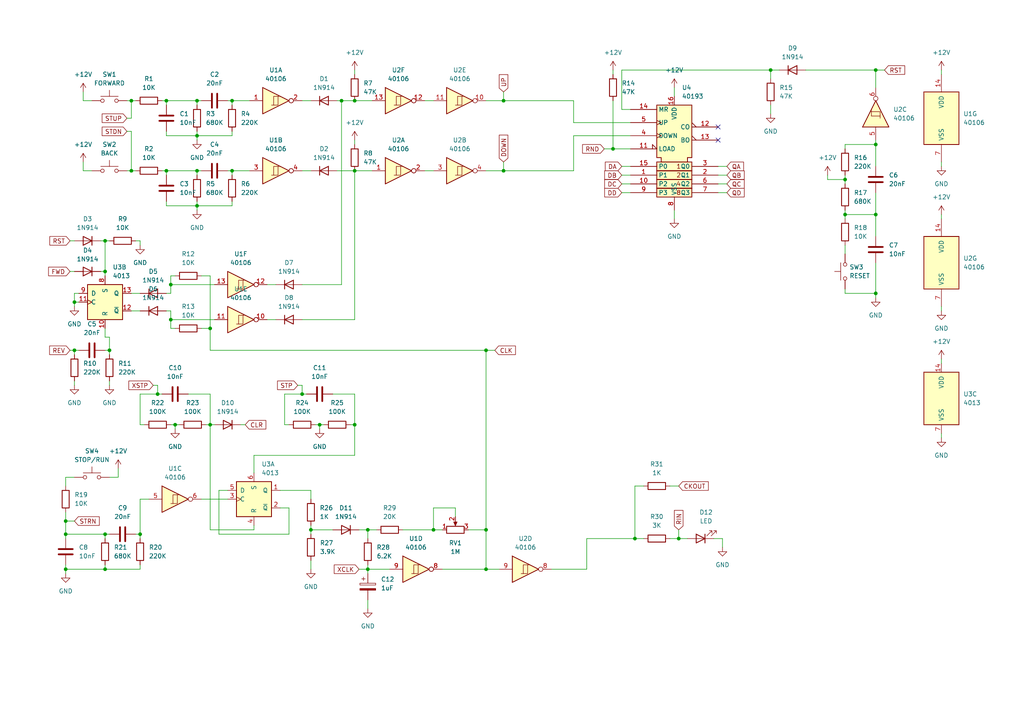
<source format=kicad_sch>
(kicad_sch (version 20230121) (generator eeschema)
  (paper "A4")
  (junction (at 92.71 123.19))
  (junction (at 57.15 39.37))
  (junction (at 90.17 153.67))
  (junction (at 45.72 114.3))
  (junction (at 49.53 82.55))
  (junction (at 49.53 92.71))
  (junction (at 177.8 43.18))
  (junction (at 184.15 156.21))
  (junction (at 125.73 153.67))
  (junction (at 57.15 49.53))
  (junction (at 57.15 59.69))
  (junction (at 146.05 29.21))
  (junction (at 30.48 154.94))
  (junction (at 106.68 153.67))
  (junction (at 140.97 101.6))
  (junction (at 245.11 52.07))
  (junction (at 21.59 101.6))
  (junction (at 102.87 123.19))
  (junction (at 146.05 49.53))
  (junction (at 223.52 20.32))
  (junction (at 57.15 29.21))
  (junction (at 99.06 29.21))
  (junction (at 140.97 165.1))
  (junction (at 254 41.91))
  (junction (at 48.26 49.53))
  (junction (at 196.85 156.21))
  (junction (at 40.64 154.94))
  (junction (at 30.48 69.85))
  (junction (at 87.63 114.3))
  (junction (at 102.87 49.53))
  (junction (at 19.05 165.1))
  (junction (at 254 20.32))
  (junction (at 254 62.23))
  (junction (at 254 85.09))
  (junction (at 38.1 29.21))
  (junction (at 21.59 87.63))
  (junction (at 60.96 123.19))
  (junction (at 140.97 153.67))
  (junction (at 48.26 29.21))
  (junction (at 67.31 49.53))
  (junction (at 102.87 29.21))
  (junction (at 30.48 165.1))
  (junction (at 19.05 154.94))
  (junction (at 50.8 123.19))
  (junction (at 30.48 78.74))
  (junction (at 31.75 101.6))
  (junction (at 106.68 165.1))
  (junction (at 60.96 95.25))
  (junction (at 19.05 151.13))
  (junction (at 38.1 49.53))
  (junction (at 245.11 62.23))
  (junction (at 67.31 29.21))
  (no_connect (at 208.28 36.83))
  (no_connect (at 208.28 40.64))
  (wire (pts (xy 49.53 82.55) (xy 62.23 82.55)))
  (wire (pts (xy 90.17 152.4) (xy 90.17 153.67)))
  (wire (pts (xy 88.9 114.3) (xy 87.63 114.3)))
  (wire (pts (xy 30.48 97.79) (xy 31.75 97.79)))
  (wire (pts (xy 57.15 49.53) (xy 57.15 50.8)))
  (wire (pts (xy 48.26 38.1) (xy 48.26 39.37)))
  (wire (pts (xy 166.37 49.53) (xy 166.37 39.37)))
  (wire (pts (xy 160.02 165.1) (xy 170.18 165.1)))
  (wire (pts (xy 57.15 49.53) (xy 58.42 49.53)))
  (wire (pts (xy 106.68 153.67) (xy 104.14 153.67)))
  (wire (pts (xy 22.86 85.09) (xy 21.59 85.09)))
  (wire (pts (xy 226.06 20.32) (xy 223.52 20.32)))
  (wire (pts (xy 63.5 154.94) (xy 83.82 154.94)))
  (wire (pts (xy 223.52 30.48) (xy 223.52 33.02)))
  (wire (pts (xy 140.97 49.53) (xy 146.05 49.53)))
  (wire (pts (xy 273.05 104.14) (xy 273.05 105.41)))
  (wire (pts (xy 40.64 114.3) (xy 40.64 123.19)))
  (wire (pts (xy 102.87 49.53) (xy 107.95 49.53)))
  (wire (pts (xy 40.64 123.19) (xy 41.91 123.19)))
  (wire (pts (xy 24.13 29.21) (xy 24.13 26.67)))
  (wire (pts (xy 186.69 140.97) (xy 184.15 140.97)))
  (wire (pts (xy 170.18 165.1) (xy 170.18 156.21)))
  (wire (pts (xy 209.55 156.21) (xy 209.55 158.75)))
  (wire (pts (xy 49.53 95.25) (xy 50.8 95.25)))
  (wire (pts (xy 66.04 142.24) (xy 63.5 142.24)))
  (wire (pts (xy 67.31 49.53) (xy 72.39 49.53)))
  (wire (pts (xy 60.96 123.19) (xy 62.23 123.19)))
  (wire (pts (xy 90.17 153.67) (xy 90.17 154.94)))
  (wire (pts (xy 77.47 82.55) (xy 80.01 82.55)))
  (wire (pts (xy 82.55 123.19) (xy 83.82 123.19)))
  (wire (pts (xy 273.05 20.32) (xy 273.05 21.59)))
  (wire (pts (xy 90.17 162.56) (xy 90.17 165.1)))
  (wire (pts (xy 208.28 50.8) (xy 210.82 50.8)))
  (wire (pts (xy 177.8 20.32) (xy 177.8 21.59)))
  (wire (pts (xy 90.17 142.24) (xy 90.17 144.78)))
  (wire (pts (xy 73.66 152.4) (xy 73.66 153.67)))
  (wire (pts (xy 30.48 165.1) (xy 40.64 165.1)))
  (wire (pts (xy 90.17 153.67) (xy 96.52 153.67)))
  (wire (pts (xy 177.8 43.18) (xy 182.88 43.18)))
  (wire (pts (xy 49.53 85.09) (xy 49.53 82.55)))
  (wire (pts (xy 46.99 29.21) (xy 48.26 29.21)))
  (wire (pts (xy 146.05 29.21) (xy 166.37 29.21)))
  (wire (pts (xy 49.53 92.71) (xy 49.53 95.25)))
  (wire (pts (xy 245.11 52.07) (xy 245.11 53.34)))
  (wire (pts (xy 194.31 156.21) (xy 196.85 156.21)))
  (wire (pts (xy 48.26 29.21) (xy 57.15 29.21)))
  (wire (pts (xy 102.87 92.71) (xy 102.87 49.53)))
  (wire (pts (xy 30.48 78.74) (xy 30.48 80.01)))
  (wire (pts (xy 146.05 49.53) (xy 166.37 49.53)))
  (wire (pts (xy 101.6 123.19) (xy 102.87 123.19)))
  (wire (pts (xy 58.42 80.01) (xy 60.96 80.01)))
  (wire (pts (xy 102.87 114.3) (xy 96.52 114.3)))
  (wire (pts (xy 45.72 111.76) (xy 45.72 114.3)))
  (wire (pts (xy 30.48 154.94) (xy 19.05 154.94)))
  (wire (pts (xy 66.04 49.53) (xy 67.31 49.53)))
  (wire (pts (xy 254 25.4) (xy 254 20.32)))
  (wire (pts (xy 92.71 123.19) (xy 92.71 124.46)))
  (wire (pts (xy 180.34 55.88) (xy 182.88 55.88)))
  (wire (pts (xy 50.8 123.19) (xy 52.07 123.19)))
  (wire (pts (xy 106.68 156.21) (xy 106.68 153.67)))
  (wire (pts (xy 196.85 153.67) (xy 196.85 156.21)))
  (wire (pts (xy 57.15 29.21) (xy 57.15 30.48)))
  (wire (pts (xy 102.87 40.64) (xy 102.87 41.91)))
  (wire (pts (xy 166.37 29.21) (xy 166.37 35.56)))
  (wire (pts (xy 36.83 38.1) (xy 38.1 38.1)))
  (wire (pts (xy 19.05 163.83) (xy 19.05 165.1)))
  (wire (pts (xy 99.06 29.21) (xy 102.87 29.21)))
  (wire (pts (xy 30.48 156.21) (xy 30.48 154.94)))
  (wire (pts (xy 21.59 87.63) (xy 21.59 88.9)))
  (wire (pts (xy 208.28 55.88) (xy 210.82 55.88)))
  (wire (pts (xy 254 76.2) (xy 254 85.09)))
  (wire (pts (xy 60.96 123.19) (xy 60.96 153.67)))
  (wire (pts (xy 45.72 114.3) (xy 40.64 114.3)))
  (wire (pts (xy 21.59 101.6) (xy 21.59 102.87)))
  (wire (pts (xy 140.97 165.1) (xy 140.97 153.67)))
  (wire (pts (xy 240.03 52.07) (xy 245.11 52.07)))
  (wire (pts (xy 57.15 59.69) (xy 57.15 60.96)))
  (wire (pts (xy 48.26 85.09) (xy 49.53 85.09)))
  (wire (pts (xy 166.37 39.37) (xy 182.88 39.37)))
  (wire (pts (xy 245.11 71.12) (xy 245.11 73.66)))
  (wire (pts (xy 245.11 50.8) (xy 245.11 52.07)))
  (wire (pts (xy 195.58 60.96) (xy 195.58 63.5)))
  (wire (pts (xy 87.63 92.71) (xy 102.87 92.71)))
  (wire (pts (xy 60.96 114.3) (xy 54.61 114.3)))
  (wire (pts (xy 102.87 132.08) (xy 102.87 123.19)))
  (wire (pts (xy 22.86 87.63) (xy 21.59 87.63)))
  (wire (pts (xy 19.05 151.13) (xy 19.05 154.94)))
  (wire (pts (xy 30.48 95.25) (xy 30.48 97.79)))
  (wire (pts (xy 146.05 26.67) (xy 146.05 29.21)))
  (wire (pts (xy 40.64 156.21) (xy 40.64 154.94)))
  (wire (pts (xy 57.15 38.1) (xy 57.15 39.37)))
  (wire (pts (xy 58.42 144.78) (xy 66.04 144.78)))
  (wire (pts (xy 49.53 123.19) (xy 50.8 123.19)))
  (wire (pts (xy 254 68.58) (xy 254 62.23)))
  (wire (pts (xy 34.29 135.89) (xy 34.29 138.43)))
  (wire (pts (xy 240.03 52.07) (xy 240.03 50.8)))
  (wire (pts (xy 60.96 80.01) (xy 60.96 95.25)))
  (wire (pts (xy 30.48 69.85) (xy 31.75 69.85)))
  (wire (pts (xy 30.48 163.83) (xy 30.48 165.1)))
  (wire (pts (xy 24.13 46.99) (xy 24.13 49.53)))
  (wire (pts (xy 180.34 20.32) (xy 180.34 31.75)))
  (wire (pts (xy 39.37 69.85) (xy 40.64 69.85)))
  (wire (pts (xy 87.63 111.76) (xy 87.63 114.3)))
  (wire (pts (xy 254 20.32) (xy 256.54 20.32)))
  (wire (pts (xy 29.21 78.74) (xy 30.48 78.74)))
  (wire (pts (xy 166.37 35.56) (xy 182.88 35.56)))
  (wire (pts (xy 144.78 165.1) (xy 140.97 165.1)))
  (wire (pts (xy 49.53 82.55) (xy 49.53 80.01)))
  (wire (pts (xy 135.89 153.67) (xy 140.97 153.67)))
  (wire (pts (xy 86.36 111.76) (xy 87.63 111.76)))
  (wire (pts (xy 34.29 138.43) (xy 31.75 138.43)))
  (wire (pts (xy 106.68 173.99) (xy 106.68 176.53)))
  (wire (pts (xy 36.83 29.21) (xy 38.1 29.21)))
  (wire (pts (xy 67.31 59.69) (xy 67.31 58.42)))
  (wire (pts (xy 20.32 69.85) (xy 21.59 69.85)))
  (wire (pts (xy 87.63 29.21) (xy 90.17 29.21)))
  (wire (pts (xy 106.68 165.1) (xy 106.68 166.37)))
  (wire (pts (xy 254 55.88) (xy 254 62.23)))
  (wire (pts (xy 132.08 149.86) (xy 132.08 147.32)))
  (wire (pts (xy 59.69 123.19) (xy 60.96 123.19)))
  (wire (pts (xy 38.1 29.21) (xy 39.37 29.21)))
  (wire (pts (xy 57.15 29.21) (xy 58.42 29.21)))
  (wire (pts (xy 99.06 82.55) (xy 99.06 29.21)))
  (wire (pts (xy 254 62.23) (xy 245.11 62.23)))
  (wire (pts (xy 48.26 90.17) (xy 49.53 90.17)))
  (wire (pts (xy 67.31 29.21) (xy 67.31 30.48)))
  (wire (pts (xy 207.01 156.21) (xy 209.55 156.21)))
  (wire (pts (xy 87.63 82.55) (xy 99.06 82.55)))
  (wire (pts (xy 31.75 101.6) (xy 31.75 102.87)))
  (wire (pts (xy 21.59 138.43) (xy 19.05 138.43)))
  (wire (pts (xy 125.73 153.67) (xy 128.27 153.67)))
  (wire (pts (xy 48.26 49.53) (xy 57.15 49.53)))
  (wire (pts (xy 77.47 92.71) (xy 80.01 92.71)))
  (wire (pts (xy 38.1 85.09) (xy 40.64 85.09)))
  (wire (pts (xy 57.15 58.42) (xy 57.15 59.69)))
  (wire (pts (xy 57.15 39.37) (xy 67.31 39.37)))
  (wire (pts (xy 26.67 29.21) (xy 24.13 29.21)))
  (wire (pts (xy 273.05 125.73) (xy 273.05 127)))
  (wire (pts (xy 21.59 85.09) (xy 21.59 87.63)))
  (wire (pts (xy 245.11 41.91) (xy 245.11 43.18)))
  (wire (pts (xy 38.1 90.17) (xy 40.64 90.17)))
  (wire (pts (xy 36.83 34.29) (xy 38.1 34.29)))
  (wire (pts (xy 245.11 60.96) (xy 245.11 62.23)))
  (wire (pts (xy 128.27 165.1) (xy 140.97 165.1)))
  (wire (pts (xy 82.55 114.3) (xy 82.55 123.19)))
  (wire (pts (xy 31.75 97.79) (xy 31.75 101.6)))
  (wire (pts (xy 38.1 49.53) (xy 39.37 49.53)))
  (wire (pts (xy 104.14 165.1) (xy 106.68 165.1)))
  (wire (pts (xy 20.32 78.74) (xy 21.59 78.74)))
  (wire (pts (xy 208.28 48.26) (xy 210.82 48.26)))
  (wire (pts (xy 67.31 49.53) (xy 67.31 50.8)))
  (wire (pts (xy 177.8 29.21) (xy 177.8 43.18)))
  (wire (pts (xy 254 41.91) (xy 254 48.26)))
  (wire (pts (xy 254 85.09) (xy 254 86.36)))
  (wire (pts (xy 106.68 165.1) (xy 113.03 165.1)))
  (wire (pts (xy 175.26 43.18) (xy 177.8 43.18)))
  (wire (pts (xy 180.34 50.8) (xy 182.88 50.8)))
  (wire (pts (xy 48.26 59.69) (xy 57.15 59.69)))
  (wire (pts (xy 170.18 156.21) (xy 184.15 156.21)))
  (wire (pts (xy 73.66 137.16) (xy 73.66 132.08)))
  (wire (pts (xy 123.19 29.21) (xy 125.73 29.21)))
  (wire (pts (xy 66.04 29.21) (xy 67.31 29.21)))
  (wire (pts (xy 180.34 31.75) (xy 182.88 31.75)))
  (wire (pts (xy 46.99 49.53) (xy 48.26 49.53)))
  (wire (pts (xy 223.52 20.32) (xy 223.52 22.86)))
  (wire (pts (xy 48.26 39.37) (xy 57.15 39.37)))
  (wire (pts (xy 102.87 20.32) (xy 102.87 21.59)))
  (wire (pts (xy 273.05 46.99) (xy 273.05 48.26)))
  (wire (pts (xy 83.82 147.32) (xy 81.28 147.32)))
  (wire (pts (xy 60.96 95.25) (xy 60.96 101.6)))
  (wire (pts (xy 116.84 153.67) (xy 125.73 153.67)))
  (wire (pts (xy 40.64 163.83) (xy 40.64 165.1)))
  (wire (pts (xy 19.05 166.37) (xy 19.05 165.1)))
  (wire (pts (xy 123.19 49.53) (xy 125.73 49.53)))
  (wire (pts (xy 21.59 101.6) (xy 22.86 101.6)))
  (wire (pts (xy 48.26 58.42) (xy 48.26 59.69)))
  (wire (pts (xy 184.15 140.97) (xy 184.15 156.21)))
  (wire (pts (xy 24.13 49.53) (xy 26.67 49.53)))
  (wire (pts (xy 31.75 110.49) (xy 31.75 111.76)))
  (wire (pts (xy 30.48 154.94) (xy 31.75 154.94)))
  (wire (pts (xy 50.8 123.19) (xy 50.8 124.46)))
  (wire (pts (xy 40.64 69.85) (xy 40.64 71.12)))
  (wire (pts (xy 44.45 111.76) (xy 45.72 111.76)))
  (wire (pts (xy 245.11 85.09) (xy 254 85.09)))
  (wire (pts (xy 245.11 62.23) (xy 245.11 63.5)))
  (wire (pts (xy 140.97 101.6) (xy 60.96 101.6)))
  (wire (pts (xy 102.87 29.21) (xy 107.95 29.21)))
  (wire (pts (xy 196.85 156.21) (xy 199.39 156.21)))
  (wire (pts (xy 254 40.64) (xy 254 41.91)))
  (wire (pts (xy 194.31 140.97) (xy 196.85 140.97)))
  (wire (pts (xy 40.64 144.78) (xy 40.64 154.94)))
  (wire (pts (xy 223.52 20.32) (xy 180.34 20.32)))
  (wire (pts (xy 48.26 29.21) (xy 48.26 30.48)))
  (wire (pts (xy 91.44 123.19) (xy 92.71 123.19)))
  (wire (pts (xy 273.05 88.9) (xy 273.05 90.17)))
  (wire (pts (xy 19.05 138.43) (xy 19.05 140.97)))
  (wire (pts (xy 36.83 49.53) (xy 38.1 49.53)))
  (wire (pts (xy 19.05 151.13) (xy 21.59 151.13)))
  (wire (pts (xy 69.85 123.19) (xy 71.12 123.19)))
  (wire (pts (xy 180.34 53.34) (xy 182.88 53.34)))
  (wire (pts (xy 254 20.32) (xy 233.68 20.32)))
  (wire (pts (xy 67.31 39.37) (xy 67.31 38.1)))
  (wire (pts (xy 46.99 114.3) (xy 45.72 114.3)))
  (wire (pts (xy 273.05 62.23) (xy 273.05 63.5)))
  (wire (pts (xy 102.87 123.19) (xy 102.87 114.3)))
  (wire (pts (xy 140.97 101.6) (xy 143.51 101.6)))
  (wire (pts (xy 49.53 90.17) (xy 49.53 92.71)))
  (wire (pts (xy 97.79 49.53) (xy 102.87 49.53)))
  (wire (pts (xy 19.05 154.94) (xy 19.05 156.21)))
  (wire (pts (xy 97.79 29.21) (xy 99.06 29.21)))
  (wire (pts (xy 38.1 38.1) (xy 38.1 49.53)))
  (wire (pts (xy 140.97 153.67) (xy 140.97 101.6)))
  (wire (pts (xy 19.05 165.1) (xy 30.48 165.1)))
  (wire (pts (xy 180.34 48.26) (xy 182.88 48.26)))
  (wire (pts (xy 49.53 92.71) (xy 62.23 92.71)))
  (wire (pts (xy 106.68 153.67) (xy 109.22 153.67)))
  (wire (pts (xy 60.96 95.25) (xy 58.42 95.25)))
  (wire (pts (xy 60.96 123.19) (xy 60.96 114.3)))
  (wire (pts (xy 195.58 25.4) (xy 195.58 27.94)))
  (wire (pts (xy 245.11 83.82) (xy 245.11 85.09)))
  (wire (pts (xy 87.63 49.53) (xy 90.17 49.53)))
  (wire (pts (xy 73.66 132.08) (xy 102.87 132.08)))
  (wire (pts (xy 208.28 53.34) (xy 210.82 53.34)))
  (wire (pts (xy 87.63 114.3) (xy 82.55 114.3)))
  (wire (pts (xy 30.48 101.6) (xy 31.75 101.6)))
  (wire (pts (xy 83.82 154.94) (xy 83.82 147.32)))
  (wire (pts (xy 49.53 80.01) (xy 50.8 80.01)))
  (wire (pts (xy 73.66 153.67) (xy 60.96 153.67)))
  (wire (pts (xy 184.15 156.21) (xy 186.69 156.21)))
  (wire (pts (xy 57.15 59.69) (xy 67.31 59.69)))
  (wire (pts (xy 81.28 142.24) (xy 90.17 142.24)))
  (wire (pts (xy 57.15 39.37) (xy 57.15 40.64)))
  (wire (pts (xy 30.48 69.85) (xy 30.48 78.74)))
  (wire (pts (xy 92.71 123.19) (xy 93.98 123.19)))
  (wire (pts (xy 38.1 34.29) (xy 38.1 29.21)))
  (wire (pts (xy 48.26 49.53) (xy 48.26 50.8)))
  (wire (pts (xy 29.21 69.85) (xy 30.48 69.85)))
  (wire (pts (xy 20.32 101.6) (xy 21.59 101.6)))
  (wire (pts (xy 254 41.91) (xy 245.11 41.91)))
  (wire (pts (xy 106.68 163.83) (xy 106.68 165.1)))
  (wire (pts (xy 67.31 29.21) (xy 72.39 29.21)))
  (wire (pts (xy 63.5 142.24) (xy 63.5 154.94)))
  (wire (pts (xy 132.08 147.32) (xy 125.73 147.32)))
  (wire (pts (xy 125.73 147.32) (xy 125.73 153.67)))
  (wire (pts (xy 19.05 148.59) (xy 19.05 151.13)))
  (wire (pts (xy 43.18 144.78) (xy 40.64 144.78)))
  (wire (pts (xy 140.97 29.21) (xy 146.05 29.21)))
  (wire (pts (xy 21.59 110.49) (xy 21.59 111.76)))
  (wire (pts (xy 146.05 46.99) (xy 146.05 49.53)))
  (wire (pts (xy 40.64 154.94) (xy 39.37 154.94)))
  (global_label "CLK" (shape input) (at 143.51 101.6 0) (property "Intersheetrefs" "${INTERSHEET_REFS}" (effects hide)))
  (global_label "STUP" (shape input) (at 36.83 34.29 180) (property "Intersheetrefs" "${INTERSHEET_REFS}" (effects hide)))
  (global_label "DA" (shape input) (at 180.34 48.26 180) (property "Intersheetrefs" "${INTERSHEET_REFS}" (effects hide)))
  (global_label "DB" (shape input) (at 180.34 50.8 180) (property "Intersheetrefs" "${INTERSHEET_REFS}" (effects hide)))
  (global_label "QB" (shape input) (at 210.82 50.8 0) (property "Intersheetrefs" "${INTERSHEET_REFS}" (effects hide)))
  (global_label "DC" (shape input) (at 180.34 53.34 180) (property "Intersheetrefs" "${INTERSHEET_REFS}" (effects hide)))
  (global_label "QC" (shape input) (at 210.82 53.34 0) (property "Intersheetrefs" "${INTERSHEET_REFS}" (effects hide)))
  (global_label "DOWN" (shape input) (at 146.05 46.99 90) (property "Intersheetrefs" "${INTERSHEET_REFS}" (effects hide)))
  (global_label "STDN" (shape input) (at 36.83 38.1 180) (property "Intersheetrefs" "${INTERSHEET_REFS}" (effects hide)))
  (global_label "RST" (shape input) (at 20.32 69.85 180) (property "Intersheetrefs" "${INTERSHEET_REFS}" (effects hide)))
  (global_label "XCLK" (shape input) (at 104.14 165.1 180) (property "Intersheetrefs" "${INTERSHEET_REFS}" (effects hide)))
  (global_label "FWD" (shape input) (at 20.32 78.74 180) (property "Intersheetrefs" "${INTERSHEET_REFS}" (effects hide)))
  (global_label "QD" (shape input) (at 210.82 55.88 0) (property "Intersheetrefs" "${INTERSHEET_REFS}" (effects hide)))
  (global_label "STP" (shape input) (at 86.36 111.76 180) (property "Intersheetrefs" "${INTERSHEET_REFS}" (effects hide)))
  (global_label "RST" (shape input) (at 256.54 20.32 0) (property "Intersheetrefs" "${INTERSHEET_REFS}" (effects hide)))
  (global_label "RIN" (shape input) (at 196.85 153.67 90) (property "Intersheetrefs" "${INTERSHEET_REFS}" (effects hide)))
  (global_label "UP" (shape input) (at 146.05 26.67 90) (property "Intersheetrefs" "${INTERSHEET_REFS}" (effects hide)))
  (global_label "STRN" (shape input) (at 21.59 151.13 0) (property "Intersheetrefs" "${INTERSHEET_REFS}" (effects hide)))
  (global_label "XSTP" (shape input) (at 44.45 111.76 180) (property "Intersheetrefs" "${INTERSHEET_REFS}" (effects hide)))
  (global_label "CLR" (shape input) (at 71.12 123.19 0) (property "Intersheetrefs" "${INTERSHEET_REFS}" (effects hide)))
  (global_label "QA" (shape input) (at 210.82 48.26 0) (property "Intersheetrefs" "${INTERSHEET_REFS}" (effects hide)))
  (global_label "RND" (shape input) (at 175.26 43.18 180) (property "Intersheetrefs" "${INTERSHEET_REFS}" (effects hide)))
  (global_label "DD" (shape input) (at 180.34 55.88 180) (property "Intersheetrefs" "${INTERSHEET_REFS}" (effects hide)))
  (global_label "REV" (shape input) (at 20.32 101.6 180) (property "Intersheetrefs" "${INTERSHEET_REFS}" (effects hide)))
  (global_label "CKOUT" (shape input) (at 196.85 140.97 0) (property "Intersheetrefs" "${INTERSHEET_REFS}" (effects hide)))
  (symbol (lib_id "Device:R") (at 102.87 45.72 180) (unit 1)
    (property "Reference" "R8" (at 105.41 44.45 0) (effects (justify right)))
    (property "Value" "47K" (at 105.41 46.99 0) (effects (justify right)))
    (property "Footprint" "Resistor_THT:R_Axial_DIN0207_L6.3mm_D2.5mm_P7.62mm_Horizontal" (effects hide))
    (instances (project "Sequencer" (path "" (reference "R8") (unit 1)) (path "" (reference "R22") (unit 1))))
  )
  (symbol (lib_id "power:+12V") (at 240.03 50.8 0) (unit 1)
    (property "Reference" "#PWR017" (effects hide))
    (property "Value" "+12V" (at 240.03 45.72 0))
    (instances (project "Sequencer" (path "" (reference "#PWR017") (unit 1)) (path "" (reference "#PWR022") (unit 1))))
  )
  (symbol (lib_id "power:GND") (at 90.17 165.1 0) (unit 1)
    (property "Reference" "#PWR023" (effects hide))
    (property "Value" "GND" (at 90.17 170.18 0))
    (instances (project "Sequencer" (path "" (reference "#PWR023") (unit 1)) (path "" (reference "#PWR012") (unit 1))))
  )
  (symbol (lib_id "Device:R") (at 190.5 156.21 90) (unit 1)
    (property "Reference" "R30" (at 190.5 149.86 90))
    (property "Value" "3K" (at 190.5 152.4 90))
    (property "Footprint" "Resistor_THT:R_Axial_DIN0207_L6.3mm_D2.5mm_P7.62mm_Horizontal" (effects hide))
    (instances (project "Sequencer" (path "" (reference "R30") (unit 1)) (path "" (reference "R27") (unit 1))))
  )
  (symbol (lib_id "Device:C") (at 50.8 114.3 90) (unit 1)
    (property "Reference" "C10" (at 50.8 106.68 90))
    (property "Value" "10nF" (at 50.8 109.22 90))
    (property "Footprint" "Capacitor_THT:C_Disc_D3.0mm_W1.6mm_P2.50mm" (effects hide))
    (instances (project "Sequencer" (path "" (reference "C10") (unit 1)) (path "" (reference "C6") (unit 1))))
  )
  (symbol (lib_id "Diode:1N914") (at 25.4 69.85 180) (unit 1)
    (property "Reference" "D3" (at 25.4 63.5 0))
    (property "Value" "1N914" (at 25.4 66.04 0))
    (property "Footprint" "Diode_THT:D_DO-35_SOD27_P7.62mm_Horizontal" (effects hide))
    (property "Datasheet" "http://www.vishay.com/docs/85622/1n914.pdf" (effects hide))
    (property "Sim.Device" "D" (effects hide))
    (property "Sim.Pins" "1=K 2=A" (effects hide))
    (instances (project "Sequencer" (path "" (reference "D3") (unit 1)) (path "" (reference "D1") (unit 1))))
  )
  (symbol (lib_id "Diode:1N914") (at 44.45 90.17 0) (unit 1)
    (property "Reference" "D6" (at 44.45 83.82 0))
    (property "Value" "1N914" (at 44.45 86.36 0))
    (property "Footprint" "Diode_THT:D_DO-35_SOD27_P7.62mm_Horizontal" (effects hide))
    (property "Datasheet" "http://www.vishay.com/docs/85622/1n914.pdf" (effects hide))
    (property "Sim.Device" "D" (effects hide))
    (property "Sim.Pins" "1=K 2=A" (effects hide))
    (instances (project "Sequencer" (path "" (reference "D6") (unit 1)) (path "" (reference "D4") (unit 1))))
  )
  (symbol (lib_id "Switch:SW_Push") (at 31.75 49.53 0) (unit 1) (on_board no)
    (property "Reference" "SW2" (at 31.75 41.91 0))
    (property "Value" "BACK" (at 31.75 44.45 0))
    (instances (project "Sequencer" (path "" (reference "SW2") (unit 1)) (path "" (reference "SW3") (unit 1))))
  )
  (symbol (lib_id "4xxx:40106") (at 115.57 49.53 0) (unit 1)
    (property "Reference" "U2" (at 115.57 40.64 0))
    (property "Value" "40106" (at 115.57 43.18 0))
    (property "Footprint" "Package_DIP:DIP-14_W7.62mm_Socket_LongPads" (effects hide))
    (property "Datasheet" "https://assets.nexperia.com/documents/data-sheet/HEF40106B.pdf" (effects hide))
    (instances (project "Sequencer" (path "" (reference "U2") (unit 1)) (path "" (reference "U3") (unit 1))))
  )
  (symbol (lib_id "power:GND") (at 195.58 63.5 0) (unit 1)
    (property "Reference" "#PWR014" (effects hide))
    (property "Value" "GND" (at 195.58 68.58 0))
    (instances (project "Sequencer" (path "" (reference "#PWR014") (unit 1)) (path "" (reference "#PWR019") (unit 1))))
  )
  (symbol (lib_id "power:+12V") (at 102.87 40.64 0) (unit 1)
    (property "Reference" "#PWR08" (effects hide))
    (property "Value" "+12V" (at 102.87 35.56 0))
    (instances (project "Sequencer" (path "" (reference "#PWR08") (unit 1)) (path "" (reference "#PWR015") (unit 1))))
  )
  (symbol (lib_id "4xxx:40106") (at 133.35 29.21 0) (unit 5)
    (property "Reference" "U2" (at 133.35 20.32 0))
    (property "Value" "40106" (at 133.35 22.86 0))
    (property "Footprint" "Package_DIP:DIP-14_W7.62mm_Socket_LongPads" (effects hide))
    (property "Datasheet" "https://assets.nexperia.com/documents/data-sheet/HEF40106B.pdf" (effects hide))
    (instances (project "Sequencer" (path "" (reference "U2") (unit 5)) (path "" (reference "U3") (unit 5))))
  )
  (symbol (lib_id "4xxx:40106") (at 69.85 92.71 0) (unit 5)
    (property "Reference" "U1" (at 69.85 83.82 0))
    (property "Value" "40106" (at 69.85 86.36 0))
    (property "Footprint" "Package_DIP:DIP-14_W7.62mm_Socket_LongPads" (effects hide))
    (property "Datasheet" "https://assets.nexperia.com/documents/data-sheet/HEF40106B.pdf" (effects hide))
    (instances (project "Sequencer" (path "" (reference "U1") (unit 5)) (path "" (reference "U2") (unit 5))))
  )
  (symbol (lib_id "4xxx:40106") (at 120.65 165.1 0) (unit 4)
    (property "Reference" "U1" (at 120.65 156.21 0))
    (property "Value" "40106" (at 120.65 158.75 0))
    (property "Footprint" "Package_DIP:DIP-14_W7.62mm_Socket_LongPads" (effects hide))
    (property "Datasheet" "https://assets.nexperia.com/documents/data-sheet/HEF40106B.pdf" (effects hide))
    (instances (project "Sequencer" (path "" (reference "U1") (unit 4)) (path "" (reference "U2") (unit 4))))
  )
  (symbol (lib_id "Device:C") (at 48.26 34.29 0) (unit 1)
    (property "Reference" "C1" (at 52.07 33.02 0) (effects (justify left)))
    (property "Value" "10nF" (at 52.07 35.56 0) (effects (justify left)))
    (property "Footprint" "Capacitor_THT:C_Disc_D3.0mm_W1.6mm_P2.50mm" (effects hide))
    (instances (project "Sequencer" (path "" (reference "C1") (unit 1)) (path "" (reference "C4") (unit 1))))
  )
  (symbol (lib_id "4xxx:40106") (at 115.57 29.21 0) (unit 6)
    (property "Reference" "U2" (at 115.57 20.32 0))
    (property "Value" "40106" (at 115.57 22.86 0))
    (property "Footprint" "Package_DIP:DIP-14_W7.62mm_Socket_LongPads" (effects hide))
    (property "Datasheet" "https://assets.nexperia.com/documents/data-sheet/HEF40106B.pdf" (effects hide))
    (instances (project "Sequencer" (path "" (reference "U2") (unit 6)) (path "" (reference "U3") (unit 6))))
  )
  (symbol (lib_id "Device:R") (at 57.15 54.61 180) (unit 1)
    (property "Reference" "R5" (at 59.69 53.34 0) (effects (justify right)))
    (property "Value" "680K" (at 59.69 55.88 0) (effects (justify right)))
    (property "Footprint" "Resistor_THT:R_Axial_DIN0207_L6.3mm_D2.5mm_P7.62mm_Horizontal" (effects hide))
    (instances (project "Sequencer" (path "" (reference "R5") (unit 1)) (path "" (reference "R14") (unit 1))))
  )
  (symbol (lib_id "power:GND") (at 273.05 90.17 0) (unit 1)
    (property "Reference" "#PWR028" (effects hide))
    (property "Value" "GND" (at 273.05 95.25 0))
    (instances (project "Sequencer" (path "" (reference "#PWR028") (unit 1)) (path "" (reference "#PWR027") (unit 1))))
  )
  (symbol (lib_id "Device:R") (at 43.18 49.53 90) (unit 1)
    (property "Reference" "R2" (at 43.18 43.18 90))
    (property "Value" "10K" (at 43.18 45.72 90))
    (property "Footprint" "Resistor_THT:R_Axial_DIN0207_L6.3mm_D2.5mm_P7.62mm_Horizontal" (effects hide))
    (instances (project "Sequencer" (path "" (reference "R2") (unit 1)) (path "" (reference "R8") (unit 1))))
  )
  (symbol (lib_id "power:GND") (at 40.64 71.12 0) (unit 1)
    (property "Reference" "#PWR010" (effects hide))
    (property "Value" "GND" (at 40.64 76.2 0))
    (instances (project "Sequencer" (path "" (reference "#PWR010") (unit 1)) (path "" (reference "#PWR08") (unit 1))))
  )
  (symbol (lib_id "power:+12V") (at 102.87 20.32 0) (unit 1)
    (property "Reference" "#PWR07" (effects hide))
    (property "Value" "+12V" (at 102.87 15.24 0))
    (instances (project "Sequencer" (path "" (reference "#PWR07") (unit 1)) (path "" (reference "#PWR014") (unit 1))))
  )
  (symbol (lib_id "power:+12V") (at 273.05 62.23 0) (unit 1)
    (property "Reference" "#PWR026" (effects hide))
    (property "Value" "+12V" (at 273.05 57.15 0))
  )
  (symbol (lib_id "Device:R") (at 87.63 123.19 90) (unit 1)
    (property "Reference" "R24" (at 87.63 116.84 90))
    (property "Value" "100K" (at 87.63 119.38 90))
    (property "Footprint" "Resistor_THT:R_Axial_DIN0207_L6.3mm_D2.5mm_P7.62mm_Horizontal" (effects hide))
    (instances (project "Sequencer" (path "" (reference "R24") (unit 1)) (path "" (reference "R17") (unit 1))))
  )
  (symbol (lib_id "Device:R") (at 97.79 123.19 90) (unit 1)
    (property "Reference" "R25" (at 97.79 116.84 90))
    (property "Value" "100K" (at 97.79 119.38 90))
    (property "Footprint" "Resistor_THT:R_Axial_DIN0207_L6.3mm_D2.5mm_P7.62mm_Horizontal" (effects hide))
    (instances (project "Sequencer" (path "" (reference "R25") (unit 1)) (path "" (reference "R20") (unit 1))))
  )
  (symbol (lib_id "Device:R") (at 90.17 148.59 180) (unit 1)
    (property "Reference" "R26" (at 92.71 147.32 0) (effects (justify right)))
    (property "Value" "1K" (at 92.71 149.86 0) (effects (justify right)))
    (property "Footprint" "Resistor_THT:R_Axial_DIN0207_L6.3mm_D2.5mm_P7.62mm_Horizontal" (effects hide))
    (instances (project "Sequencer" (path "" (reference "R26") (unit 1)) (path "" (reference "R18") (unit 1))))
  )
  (symbol (lib_id "Switch:SW_Push") (at 31.75 29.21 0) (unit 1) (on_board no)
    (property "Reference" "SW1" (at 31.75 21.59 0))
    (property "Value" "FORWARD" (at 31.75 24.13 0))
    (instances (project "Sequencer" (path "" (reference "SW1") (unit 1)) (path "" (reference "SW2") (unit 1))))
  )
  (symbol (lib_id "power:+12V") (at 273.05 104.14 0) (unit 1)
    (property "Reference" "#PWR027" (effects hide))
    (property "Value" "+12V" (at 273.05 99.06 0))
    (instances (project "Sequencer" (path "" (reference "#PWR027") (unit 1)) (path "" (reference "#PWR028") (unit 1))))
  )
  (symbol (lib_id "Device:R") (at 19.05 144.78 180) (unit 1)
    (property "Reference" "R19" (at 21.59 143.51 0) (effects (justify right)))
    (property "Value" "10K" (at 21.59 146.05 0) (effects (justify right)))
    (property "Footprint" "Resistor_THT:R_Axial_DIN0207_L6.3mm_D2.5mm_P7.62mm_Horizontal" (effects hide))
    (instances (project "Sequencer" (path "" (reference "R19") (unit 1)) (path "" (reference "R1") (unit 1))))
  )
  (symbol (lib_id "4xxx:40106") (at 50.8 144.78 0) (unit 3)
    (property "Reference" "U1" (at 50.8 135.89 0))
    (property "Value" "40106" (at 50.8 138.43 0))
    (property "Footprint" "Package_DIP:DIP-14_W7.62mm_Socket_LongPads" (effects hide))
    (property "Datasheet" "https://assets.nexperia.com/documents/data-sheet/HEF40106B.pdf" (effects hide))
    (instances (project "Sequencer" (path "" (reference "U1") (unit 3)) (path "" (reference "U2") (unit 3))))
  )
  (symbol (lib_id "power:GND") (at 50.8 124.46 0) (unit 1)
    (property "Reference" "#PWR021" (effects hide))
    (property "Value" "GND" (at 50.8 129.54 0))
    (instances (project "Sequencer" (path "" (reference "#PWR021") (unit 1)) (path "" (reference "#PWR09") (unit 1))))
  )
  (symbol (lib_id "Device:C") (at 254 52.07 0) (unit 1)
    (property "Reference" "C6" (at 257.81 50.8 0) (effects (justify left)))
    (property "Value" "20nF" (at 257.81 53.34 0) (effects (justify left)))
    (property "Footprint" "Capacitor_THT:C_Disc_D3.0mm_W1.6mm_P2.50mm" (effects hide))
    (instances (project "Sequencer" (path "" (reference "C6") (unit 1)) (path "" (reference "C11") (unit 1))))
  )
  (symbol (lib_id "Device:R") (at 54.61 80.01 90) (unit 1)
    (property "Reference" "R12" (at 54.61 73.66 90))
    (property "Value" "10K" (at 54.61 76.2 90))
    (property "Footprint" "Resistor_THT:R_Axial_DIN0207_L6.3mm_D2.5mm_P7.62mm_Horizontal" (effects hide))
    (instances (project "Sequencer" (path "" (reference "R12") (unit 1)) (path "" (reference "R10") (unit 1))))
  )
  (symbol (lib_id "power:GND") (at 209.55 158.75 0) (unit 1)
    (property "Reference" "#PWR025" (effects hide))
    (property "Value" "GND" (at 209.55 163.83 0))
    (instances (project "Sequencer" (path "" (reference "#PWR025") (unit 1)) (path "" (reference "#PWR020") (unit 1))))
  )
  (symbol (lib_id "power:GND") (at 273.05 48.26 0) (unit 1)
    (property "Reference" "#PWR05" (effects hide))
    (property "Value" "GND" (at 273.05 53.34 0))
    (instances (project "Sequencer" (path "" (reference "#PWR05") (unit 1)) (path "" (reference "#PWR025") (unit 1))))
  )
  (symbol (lib_id "4xxx:40106") (at 80.01 29.21 0) (unit 1)
    (property "Reference" "U1" (at 80.01 20.32 0))
    (property "Value" "40106" (at 80.01 22.86 0))
    (property "Footprint" "Package_DIP:DIP-14_W7.62mm_Socket_LongPads" (effects hide))
    (property "Datasheet" "https://assets.nexperia.com/documents/data-sheet/HEF40106B.pdf" (effects hide))
    (instances (project "Sequencer" (path "" (reference "U1") (unit 1)) (path "" (reference "U2") (unit 1))))
  )
  (symbol (lib_id "Device:R_Potentiometer") (at 132.08 153.67 90) (unit 1) (on_board no)
    (property "Reference" "RV1" (at 132.08 157.48 90))
    (property "Value" "1M" (at 132.08 160.02 90))
    (instances (project "Sequencer" (path "" (reference "RV1") (unit 1)) (path "" (reference "CLOCK_RATE_ADJUST1") (unit 1))))
  )
  (symbol (lib_id "Diode:1N914") (at 83.82 82.55 0) (unit 1)
    (property "Reference" "D7" (at 83.82 76.2 0))
    (property "Value" "1N914" (at 83.82 78.74 0))
    (property "Footprint" "Diode_THT:D_DO-35_SOD27_P7.62mm_Horizontal" (effects hide))
    (property "Datasheet" "http://www.vishay.com/docs/85622/1n914.pdf" (effects hide))
    (property "Sim.Device" "D" (effects hide))
    (property "Sim.Pins" "1=K 2=A" (effects hide))
    (instances (project "Sequencer" (path "" (reference "D7") (unit 1)) (path "" (reference "D6") (unit 1))))
  )
  (symbol (lib_id "4xxx:40106") (at 69.85 82.55 0) (unit 6)
    (property "Reference" "U1" (at 69.85 73.66 0))
    (property "Value" "40106" (at 69.85 76.2 0))
    (property "Footprint" "Package_DIP:DIP-14_W7.62mm_Socket_LongPads" (effects hide))
    (property "Datasheet" "https://assets.nexperia.com/documents/data-sheet/HEF40106B.pdf" (effects hide))
    (instances (project "Sequencer" (path "" (reference "U1") (unit 6)) (path "" (reference "U2") (unit 6))))
  )
  (symbol (lib_id "Device:C") (at 35.56 154.94 90) (unit 1)
    (property "Reference" "C9" (at 35.56 147.32 90))
    (property "Value" "20nF" (at 35.56 149.86 90))
    (property "Footprint" "Capacitor_THT:C_Disc_D3.0mm_W1.6mm_P2.50mm" (effects hide))
    (instances (project "Sequencer" (path "" (reference "C9") (unit 1)) (path "" (reference "C3") (unit 1))))
  )
  (symbol (lib_id "4xxx:40106") (at 133.35 49.53 0) (unit 2)
    (property "Reference" "U2" (at 133.35 40.64 0))
    (property "Value" "40106" (at 133.35 43.18 0))
    (property "Footprint" "Package_DIP:DIP-14_W7.62mm_Socket_LongPads" (effects hide))
    (property "Datasheet" "https://assets.nexperia.com/documents/data-sheet/HEF40106B.pdf" (effects hide))
    (instances (project "Sequencer" (path "" (reference "U2") (unit 2)) (path "" (reference "U3") (unit 2))))
  )
  (symbol (lib_id "Diode:1N914") (at 83.82 92.71 0) (unit 1)
    (property "Reference" "D8" (at 83.82 86.36 0))
    (property "Value" "1N914" (at 83.82 88.9 0))
    (property "Footprint" "Diode_THT:D_DO-35_SOD27_P7.62mm_Horizontal" (effects hide))
    (property "Datasheet" "http://www.vishay.com/docs/85622/1n914.pdf" (effects hide))
    (property "Sim.Device" "D" (effects hide))
    (property "Sim.Pins" "1=K 2=A" (effects hide))
    (instances (project "Sequencer" (path "" (reference "D8") (unit 1)) (path "" (reference "D7") (unit 1))))
  )
  (symbol (lib_id "Diode:1N914") (at 93.98 49.53 0) (unit 1)
    (property "Reference" "D2" (at 93.98 43.18 0))
    (property "Value" "1N914" (at 93.98 45.72 0))
    (property "Footprint" "Diode_THT:D_DO-35_SOD27_P7.62mm_Horizontal" (effects hide))
    (property "Datasheet" "http://www.vishay.com/docs/85622/1n914.pdf" (effects hide))
    (property "Sim.Device" "D" (effects hide))
    (property "Sim.Pins" "1=K 2=A" (effects hide))
    (instances (project "Sequencer" (path "" (reference "D2") (unit 1)) (path "" (reference "D9") (unit 1))))
  )
  (symbol (lib_id "Device:R") (at 67.31 54.61 180) (unit 1)
    (property "Reference" "R6" (at 69.85 53.34 0) (effects (justify right)))
    (property "Value" "220K" (at 69.85 55.88 0) (effects (justify right)))
    (property "Footprint" "Resistor_THT:R_Axial_DIN0207_L6.3mm_D2.5mm_P7.62mm_Horizontal" (effects hide))
    (instances (project "Sequencer" (path "" (reference "R6") (unit 1)) (path "" (reference "R16") (unit 1))))
  )
  (symbol (lib_id "Diode:1N914") (at 66.04 123.19 180) (unit 1)
    (property "Reference" "D10" (at 66.04 116.84 0))
    (property "Value" "1N914" (at 66.04 119.38 0))
    (property "Footprint" "Diode_THT:D_DO-35_SOD27_P7.62mm_Horizontal" (effects hide))
    (property "Datasheet" "http://www.vishay.com/docs/85622/1n914.pdf" (effects hide))
    (property "Sim.Device" "D" (effects hide))
    (property "Sim.Pins" "1=K 2=A" (effects hide))
    (instances (project "Sequencer" (path "" (reference "D10") (unit 1)) (path "" (reference "D5") (unit 1))))
  )
  (symbol (lib_id "4xxx:4013") (at 30.48 87.63 0) (unit 2)
    (property "Reference" "U3" (at 32.6741 77.47 0) (effects (justify left)))
    (property "Value" "4013" (at 32.6741 80.01 0) (effects (justify left)))
    (property "Footprint" "Package_DIP:DIP-14_W7.62mm_Socket_LongPads" (effects hide))
    (property "Datasheet" "http://www.onsemi.com/pub/Collateral/MC14013B-D.PDF" (effects hide))
    (instances (project "Sequencer" (path "" (reference "U3") (unit 2)) (path "" (reference "U1") (unit 2))))
  )
  (symbol (lib_id "4xxx:40106") (at 152.4 165.1 0) (unit 4)
    (property "Reference" "U2" (at 152.4 156.21 0))
    (property "Value" "40106" (at 152.4 158.75 0))
    (property "Footprint" "Package_DIP:DIP-14_W7.62mm_Socket_LongPads" (effects hide))
    (property "Datasheet" "https://assets.nexperia.com/documents/data-sheet/HEF40106B.pdf" (effects hide))
    (instances (project "Sequencer" (path "" (reference "U2") (unit 4)) (path "" (reference "U3") (unit 4))))
  )
  (symbol (lib_id "power:GND") (at 92.71 124.46 0) (unit 1)
    (property "Reference" "#PWR022" (effects hide))
    (property "Value" "GND" (at 92.71 129.54 0))
    (instances (project "Sequencer" (path "" (reference "#PWR022") (unit 1)) (path "" (reference "#PWR013") (unit 1))))
  )
  (symbol (lib_id "Device:C") (at 254 72.39 0) (unit 1)
    (property "Reference" "C7" (at 257.81 71.12 0) (effects (justify left)))
    (property "Value" "10nF" (at 257.81 73.66 0) (effects (justify left)))
    (property "Footprint" "Capacitor_THT:C_Disc_D3.0mm_W1.6mm_P2.50mm" (effects hide))
    (instances (project "Sequencer" (path "" (reference "C7") (unit 1)) (path "" (reference "C12") (unit 1))))
  )
  (symbol (lib_id "power:GND") (at 106.68 176.53 0) (unit 1)
    (property "Reference" "#PWR024" (effects hide))
    (property "Value" "GND" (at 106.68 181.61 0))
    (instances (project "Sequencer" (path "" (reference "#PWR024") (unit 1)) (path "" (reference "#PWR016") (unit 1))))
  )
  (symbol (lib_id "Diode:1N914") (at 93.98 29.21 0) (unit 1)
    (property "Reference" "D1" (at 93.98 22.86 0))
    (property "Value" "1N914" (at 93.98 25.4 0))
    (property "Footprint" "Diode_THT:D_DO-35_SOD27_P7.62mm_Horizontal" (effects hide))
    (property "Datasheet" "http://www.vishay.com/docs/85622/1n914.pdf" (effects hide))
    (property "Sim.Device" "D" (effects hide))
    (property "Sim.Pins" "1=K 2=A" (effects hide))
    (instances (project "Sequencer" (path "" (reference "D1") (unit 1)) (path "" (reference "D8") (unit 1))))
  )
  (symbol (lib_id "Device:R") (at 43.18 29.21 90) (unit 1)
    (property "Reference" "R1" (at 43.18 22.86 90))
    (property "Value" "10K" (at 43.18 25.4 90))
    (property "Footprint" "Resistor_THT:R_Axial_DIN0207_L6.3mm_D2.5mm_P7.62mm_Horizontal" (effects hide))
    (instances (project "Sequencer" (path "" (reference "R1") (unit 1)) (path "" (reference "R7") (unit 1))))
  )
  (symbol (lib_id "power:GND") (at 273.05 127 0) (unit 1)
    (property "Reference" "#PWR029" (effects hide))
    (property "Value" "GND" (at 273.05 132.08 0))
  )
  (symbol (lib_id "Device:R") (at 54.61 95.25 90) (unit 1)
    (property "Reference" "R13" (at 54.61 88.9 90))
    (property "Value" "10K" (at 54.61 91.44 90))
    (property "Footprint" "Resistor_THT:R_Axial_DIN0207_L6.3mm_D2.5mm_P7.62mm_Horizontal" (effects hide))
    (instances (project "Sequencer" (path "" (reference "R13") (unit 1)) (path "" (reference "R11") (unit 1))))
  )
  (symbol (lib_id "Device:R") (at 21.59 106.68 180) (unit 1)
    (property "Reference" "R10" (at 24.13 105.41 0) (effects (justify right)))
    (property "Value" "220K" (at 24.13 107.95 0) (effects (justify right)))
    (property "Footprint" "Resistor_THT:R_Axial_DIN0207_L6.3mm_D2.5mm_P7.62mm_Horizontal" (effects hide))
    (instances (project "Sequencer" (path "" (reference "R10") (unit 1)) (path "" (reference "R2") (unit 1))))
  )
  (symbol (lib_id "power:+12V") (at 24.13 26.67 0) (unit 1)
    (property "Reference" "#PWR01" (effects hide))
    (property "Value" "+12V" (at 24.13 21.59 0))
    (instances (project "Sequencer" (path "" (reference "#PWR01") (unit 1)) (path "" (reference "#PWR04") (unit 1))))
  )
  (symbol (lib_id "Device:R") (at 90.17 158.75 180) (unit 1)
    (property "Reference" "R27" (at 92.7789 157.48 0) (effects (justify right)))
    (property "Value" "3.9K" (at 92.7789 160.02 0) (effects (justify right)))
    (property "Footprint" "Resistor_THT:R_Axial_DIN0207_L6.3mm_D2.5mm_P7.62mm_Horizontal" (effects hide))
    (instances (project "Sequencer" (path "" (reference "R27") (unit 1)) (path "" (reference "R19") (unit 1))))
  )
  (symbol (lib_id "power:GND") (at 57.15 40.64 0) (unit 1)
    (property "Reference" "#PWR03" (effects hide))
    (property "Value" "GND" (at 57.15 45.72 0))
    (instances (project "Sequencer" (path "" (reference "#PWR03") (unit 1)) (path "" (reference "#PWR010") (unit 1))))
  )
  (symbol (lib_id "Device:R") (at 106.68 160.02 180) (unit 1)
    (property "Reference" "R28" (at 109.22 158.75 0) (effects (justify right)))
    (property "Value" "6.2K" (at 109.22 161.29 0) (effects (justify right)))
    (property "Footprint" "Resistor_THT:R_Axial_DIN0207_L6.3mm_D2.5mm_P7.62mm_Horizontal" (effects hide))
    (instances (project "Sequencer" (path "" (reference "R28") (unit 1)) (path "" (reference "R23") (unit 1))))
  )
  (symbol (lib_id "Device:C") (at 62.23 49.53 90) (unit 1)
    (property "Reference" "C4" (at 62.23 41.91 90))
    (property "Value" "20nF" (at 62.23 44.45 90))
    (property "Footprint" "Capacitor_THT:C_Disc_D3.0mm_W1.6mm_P2.50mm" (effects hide))
    (instances (project "Sequencer" (path "" (reference "C4") (unit 1)) (path "" (reference "C8") (unit 1))))
  )
  (symbol (lib_id "power:GND") (at 254 86.36 0) (unit 1)
    (property "Reference" "#PWR018" (effects hide))
    (property "Value" "GND" (at 254 91.44 0))
    (instances (project "Sequencer" (path "" (reference "#PWR018") (unit 1)) (path "" (reference "#PWR023") (unit 1))))
  )
  (symbol (lib_id "Device:R") (at 223.52 26.67 180) (unit 1)
    (property "Reference" "R15" (at 226.06 25.4 0) (effects (justify right)))
    (property "Value" "47K" (at 226.06 27.94 0) (effects (justify right)))
    (property "Footprint" "Resistor_THT:R_Axial_DIN0207_L6.3mm_D2.5mm_P7.62mm_Horizontal" (effects hide))
    (instances (project "Sequencer" (path "" (reference "R15") (unit 1)) (path "" (reference "R28") (unit 1))))
  )
  (symbol (lib_id "power:+12V") (at 24.13 46.99 0) (unit 1)
    (property "Reference" "#PWR02" (effects hide))
    (property "Value" "+12V" (at 24.13 41.91 0))
    (instances (project "Sequencer" (path "" (reference "#PWR02") (unit 1)) (path "" (reference "#PWR05") (unit 1))))
  )
  (symbol (lib_id "power:GND") (at 31.75 111.76 0) (unit 1)
    (property "Reference" "#PWR012" (effects hide))
    (property "Value" "GND" (at 31.75 116.84 0))
    (instances (project "Sequencer" (path "" (reference "#PWR012") (unit 1)) (path "" (reference "#PWR06") (unit 1))))
  )
  (symbol (lib_id "Device:C") (at 26.67 101.6 90) (unit 1)
    (property "Reference" "C5" (at 26.67 93.98 90))
    (property "Value" "20nF" (at 26.67 96.52 90))
    (property "Footprint" "Capacitor_THT:C_Disc_D3.0mm_W1.6mm_P2.50mm" (effects hide))
    (instances (project "Sequencer" (path "" (reference "C5") (unit 1)) (path "" (reference "C2") (unit 1))))
  )
  (symbol (lib_id "Diode:1N914") (at 25.4 78.74 180) (unit 1)
    (property "Reference" "D4" (at 25.4 72.6113 0))
    (property "Value" "1N914" (at 25.4 75.1513 0))
    (property "Footprint" "Diode_THT:D_DO-35_SOD27_P7.62mm_Horizontal" (effects hide))
    (property "Datasheet" "http://www.vishay.com/docs/85622/1n914.pdf" (effects hide))
    (property "Sim.Device" "D" (effects hide))
    (property "Sim.Pins" "1=K 2=A" (effects hide))
    (instances (project "Sequencer" (path "" (reference "D4") (unit 1)) (path "" (reference "D2") (unit 1))))
  )
  (symbol (lib_id "Device:R") (at 31.75 106.68 180) (unit 1)
    (property "Reference" "R11" (at 34.29 105.41 0) (effects (justify right)))
    (property "Value" "220K" (at 34.29 107.95 0) (effects (justify right)))
    (property "Footprint" "Resistor_THT:R_Axial_DIN0207_L6.3mm_D2.5mm_P7.62mm_Horizontal" (effects hide))
    (instances (project "Sequencer" (path "" (reference "R11") (unit 1)) (path "" (reference "R4") (unit 1))))
  )
  (symbol (lib_id "4xxx:40106") (at 80.01 49.53 0) (unit 2)
    (property "Reference" "U1" (at 80.01 40.64 0))
    (property "Value" "40106" (at 80.01 43.18 0))
    (property "Footprint" "Package_DIP:DIP-14_W7.62mm_Socket_LongPads" (effects hide))
    (property "Datasheet" "https://assets.nexperia.com/documents/data-sheet/HEF40106B.pdf" (effects hide))
    (instances (project "Sequencer" (path "" (reference "U1") (unit 2)) (path "" (reference "U2") (unit 2))))
  )
  (symbol (lib_id "power:+12V") (at 177.8 20.32 0) (unit 1)
    (property "Reference" "#PWR015" (effects hide))
    (property "Value" "+12V" (at 177.8 15.24 0))
    (instances (project "Sequencer" (path "" (reference "#PWR015") (unit 1)) (path "" (reference "#PWR017") (unit 1))))
  )
  (symbol (lib_id "Device:C") (at 48.26 54.61 0) (unit 1)
    (property "Reference" "C3" (at 52.07 53.34 0) (effects (justify left)))
    (property "Value" "10nF" (at 52.07 55.88 0) (effects (justify left)))
    (property "Footprint" "Capacitor_THT:C_Disc_D3.0mm_W1.6mm_P2.50mm" (effects hide))
    (instances (project "Sequencer" (path "" (reference "C3") (unit 1)) (path "" (reference "C5") (unit 1))))
  )
  (symbol (lib_id "Device:C_Polarized") (at 106.68 170.18 0) (unit 1)
    (property "Reference" "C12" (at 110.49 168.021 0) (effects (justify left)))
    (property "Value" "1uF" (at 110.49 170.561 0) (effects (justify left)))
    (property "Footprint" "Capacitor_THT:CP_Radial_D5.0mm_P2.50mm" (effects hide))
    (instances (project "Sequencer" (path "" (reference "C12") (unit 1)) (path "" (reference "C10") (unit 1))))
  )
  (symbol (lib_id "power:GND") (at 21.59 88.9 0) (unit 1)
    (property "Reference" "#PWR09" (effects hide))
    (property "Value" "GND" (at 21.59 93.98 0))
    (instances (project "Sequencer" (path "" (reference "#PWR09") (unit 1)) (path "" (reference "#PWR02") (unit 1))))
  )
  (symbol (lib_id "Device:R") (at 30.48 160.02 180) (unit 1)
    (property "Reference" "R21" (at 33.02 158.75 0) (effects (justify right)))
    (property "Value" "680K" (at 33.02 161.29 0) (effects (justify right)))
    (property "Footprint" "Resistor_THT:R_Axial_DIN0207_L6.3mm_D2.5mm_P7.62mm_Horizontal" (effects hide))
    (instances (project "Sequencer" (path "" (reference "R21") (unit 1)) (path "" (reference "R3") (unit 1))))
  )
  (symbol (lib_id "Device:R") (at 55.88 123.19 90) (unit 1)
    (property "Reference" "R23" (at 55.88 116.84 90))
    (property "Value" "100K" (at 55.88 119.38 90))
    (property "Footprint" "Resistor_THT:R_Axial_DIN0207_L6.3mm_D2.5mm_P7.62mm_Horizontal" (effects hide))
    (instances (project "Sequencer" (path "" (reference "R23") (unit 1)) (path "" (reference "R12") (unit 1))))
  )
  (symbol (lib_id "Device:R") (at 45.72 123.19 90) (unit 1)
    (property "Reference" "R22" (at 45.72 116.84 90))
    (property "Value" "100K" (at 45.72 119.38 90))
    (property "Footprint" "Resistor_THT:R_Axial_DIN0207_L6.3mm_D2.5mm_P7.62mm_Horizontal" (effects hide))
    (instances (project "Sequencer" (path "" (reference "R22") (unit 1)) (path "" (reference "R9") (unit 1))))
  )
  (symbol (lib_id "Device:R") (at 190.5 140.97 90) (unit 1)
    (property "Reference" "R31" (at 190.5 134.62 90))
    (property "Value" "1K" (at 190.5 137.16 90))
    (property "Footprint" "Resistor_THT:R_Axial_DIN0207_L6.3mm_D2.5mm_P7.62mm_Horizontal" (effects hide))
    (instances (project "Sequencer" (path "" (reference "R31") (unit 1)) (path "" (reference "R26") (unit 1))))
  )
  (symbol (lib_id "power:+12V") (at 34.29 135.89 0) (unit 1)
    (property "Reference" "#PWR020" (effects hide))
    (property "Value" "+12V" (at 34.29 130.81 0))
    (instances (project "Sequencer" (path "" (reference "#PWR020") (unit 1)) (path "" (reference "#PWR07") (unit 1))))
  )
  (symbol (lib_id "Device:R") (at 102.87 25.4 180) (unit 1)
    (property "Reference" "R7" (at 105.41 24.13 0) (effects (justify right)))
    (property "Value" "47K" (at 105.41 26.67 0) (effects (justify right)))
    (property "Footprint" "Resistor_THT:R_Axial_DIN0207_L6.3mm_D2.5mm_P7.62mm_Horizontal" (effects hide))
    (instances (project "Sequencer" (path "" (reference "R7") (unit 1)) (path "" (reference "R21") (unit 1))))
  )
  (symbol (lib_id "Device:R") (at 113.03 153.67 90) (unit 1)
    (property "Reference" "R29" (at 113.03 147.32 90))
    (property "Value" "20K" (at 113.03 149.86 90))
    (property "Footprint" "Resistor_THT:R_Axial_DIN0207_L6.3mm_D2.5mm_P7.62mm_Horizontal" (effects hide))
    (instances (project "Sequencer" (path "" (reference "R29") (unit 1)) (path "" (reference "R24") (unit 1))))
  )
  (symbol (lib_id "4xxx:4013") (at 73.66 144.78 0) (unit 1)
    (property "Reference" "U3" (at 75.8541 134.62 0) (effects (justify left)))
    (property "Value" "4013" (at 75.8541 137.16 0) (effects (justify left)))
    (property "Footprint" "Package_DIP:DIP-14_W7.62mm_Socket_LongPads" (effects hide))
    (property "Datasheet" "http://www.onsemi.com/pub/Collateral/MC14013B-D.PDF" (effects hide))
    (instances (project "Sequencer" (path "" (reference "U3") (unit 1)) (path "" (reference "U1") (unit 1))))
  )
  (symbol (lib_id "Switch:SW_Push") (at 26.67 138.43 0) (unit 1) (on_board no)
    (property "Reference" "SW4" (at 26.67 130.81 0))
    (property "Value" "STOP/RUN" (at 26.67 133.35 0))
    (instances (project "Sequencer" (path "" (reference "SW4") (unit 1)) (path "" (reference "SW1") (unit 1))))
  )
  (symbol (lib_id "Device:LED") (at 203.2 156.21 180) (unit 1)
    (property "Reference" "D12" (at 204.7875 148.59 0))
    (property "Value" "LED" (at 204.7875 151.13 0))
    (property "Footprint" "LED_THT:LED_D3.0mm" (effects hide))
    (instances (project "Sequencer" (path "" (reference "D12") (unit 1)) (path "" (reference "D11") (unit 1))))
  )
  (symbol (lib_id "Diode:1N914") (at 44.45 85.09 0) (unit 1)
    (property "Reference" "D5" (at 44.45 78.74 0))
    (property "Value" "1N914" (at 44.45 81.28 0))
    (property "Footprint" "Diode_THT:D_DO-35_SOD27_P7.62mm_Horizontal" (effects hide))
    (property "Datasheet" "http://www.vishay.com/docs/85622/1n914.pdf" (effects hide))
    (property "Sim.Device" "D" (effects hide))
    (property "Sim.Pins" "1=K 2=A" (effects hide))
    (instances (project "Sequencer" (path "" (reference "D5") (unit 1)) (path "" (reference "D3") (unit 1))))
  )
  (symbol (lib_id "Diode:1N914") (at 229.87 20.32 0) (unit 1)
    (property "Reference" "D9" (at 229.87 13.97 0))
    (property "Value" "1N914" (at 229.87 16.51 0))
    (property "Footprint" "Diode_THT:D_DO-35_SOD27_P7.62mm_Horizontal" (effects hide))
    (property "Datasheet" "http://www.vishay.com/docs/85622/1n914.pdf" (effects hide))
    (property "Sim.Device" "D" (effects hide))
    (property "Sim.Pins" "1=K 2=A" (effects hide))
    (instances (project "Sequencer" (path "" (reference "D9") (unit 1)) (path "" (reference "D12") (unit 1))))
  )
  (symbol (lib_id "Device:R") (at 245.11 67.31 180) (unit 1)
    (property "Reference" "R18" (at 247.65 66.04 0) (effects (justify right)))
    (property "Value" "10K" (at 247.65 68.58 0) (effects (justify right)))
    (property "Footprint" "Resistor_THT:R_Axial_DIN0207_L6.3mm_D2.5mm_P7.62mm_Horizontal" (effects hide))
    (instances (project "Sequencer" (path "" (reference "R18") (unit 1)) (path "" (reference "R31") (unit 1))))
  )
  (symbol (lib_id "Device:R") (at 57.15 34.29 180) (unit 1)
    (property "Reference" "R3" (at 59.69 33.02 0) (effects (justify right)))
    (property "Value" "680K" (at 59.69 35.56 0) (effects (justify right)))
    (property "Footprint" "Resistor_THT:R_Axial_DIN0207_L6.3mm_D2.5mm_P7.62mm_Horizontal" (effects hide))
    (instances (project "Sequencer" (path "" (reference "R3") (unit 1)) (path "" (reference "R13") (unit 1))))
  )
  (symbol (lib_id "power:+12V") (at 195.58 25.4 0) (unit 1)
    (property "Reference" "#PWR013" (effects hide))
    (property "Value" "+12V" (at 195.58 20.32 0))
    (instances (project "Sequencer" (path "" (reference "#PWR013") (unit 1)) (path "" (reference "#PWR018") (unit 1))))
  )
  (symbol (lib_id "power:GND") (at 21.59 111.76 0) (unit 1)
    (property "Reference" "#PWR011" (effects hide))
    (property "Value" "GND" (at 21.59 116.84 0))
    (instances (project "Sequencer" (path "" (reference "#PWR011") (unit 1)) (path "" (reference "#PWR03") (unit 1))))
  )
  (symbol (lib_id "4xxx:40106") (at 273.05 76.2 0) (unit 7)
    (property "Reference" "U2" (at 279.4 74.93 0) (effects (justify left)))
    (property "Value" "40106" (at 279.4 77.47 0) (effects (justify left)))
    (property "Footprint" "Package_DIP:DIP-14_W7.62mm_Socket_LongPads" (effects hide))
    (property "Datasheet" "https://assets.nexperia.com/documents/data-sheet/HEF40106B.pdf" (effects hide))
    (instances (project "Sequencer" (path "" (reference "U2") (unit 7)) (path "" (reference "U3") (unit 7))))
  )
  (symbol (lib_id "Device:R") (at 245.11 57.15 180) (unit 1)
    (property "Reference" "R17" (at 247.65 55.88 0) (effects (justify right)))
    (property "Value" "680K" (at 247.65 58.42 0) (effects (justify right)))
    (property "Footprint" "Resistor_THT:R_Axial_DIN0207_L6.3mm_D2.5mm_P7.62mm_Horizontal" (effects hide))
    (instances (project "Sequencer" (path "" (reference "R17") (unit 1)) (path "" (reference "R30") (unit 1))))
  )
  (symbol (lib_id "power:GND") (at 57.15 60.96 0) (unit 1)
    (property "Reference" "#PWR04" (effects hide))
    (property "Value" "GND" (at 57.15 66.04 0))
    (instances (project "Sequencer" (path "" (reference "#PWR04") (unit 1)) (path "" (reference "#PWR011") (unit 1))))
  )
  (symbol (lib_id "4xxx:40106") (at 273.05 34.29 0) (unit 7)
    (property "Reference" "U1" (at 279.4 33.02 0) (effects (justify left)))
    (property "Value" "40106" (at 279.4 35.56 0) (effects (justify left)))
    (property "Footprint" "Package_DIP:DIP-14_W7.62mm_Socket_LongPads" (effects hide))
    (property "Datasheet" "https://assets.nexperia.com/documents/data-sheet/HEF40106B.pdf" (effects hide))
    (instances (project "Sequencer" (path "" (reference "U1") (unit 7)) (path "" (reference "U2") (unit 7))))
  )
  (symbol (lib_id "power:GND") (at 223.52 33.02 0) (unit 1)
    (property "Reference" "#PWR016" (effects hide))
    (property "Value" "GND" (at 223.52 38.1 0))
    (instances (project "Sequencer" (path "" (reference "#PWR016") (unit 1)) (path "" (reference "#PWR021") (unit 1))))
  )
  (symbol (lib_id "power:GND") (at 19.05 166.37 0) (unit 1)
    (property "Reference" "#PWR019" (effects hide))
    (property "Value" "GND" (at 19.05 171.45 0))
    (instances (project "Sequencer" (path "" (reference "#PWR019") (unit 1)) (path "" (reference "#PWR01") (unit 1))))
  )
  (symbol (lib_id "4xxx_IEEE:40193") (at 195.58 40.64 0) (unit 1)
    (property "Reference" "U4" (at 197.7741 25.4 0) (effects (justify left)))
    (property "Value" "40193" (at 197.7741 27.94 0) (effects (justify left)))
    (property "Footprint" "Package_DIP:DIP-16_W7.62mm_Socket_LongPads" (effects hide))
  )
  (symbol (lib_id "Diode:1N914") (at 100.33 153.67 180) (unit 1)
    (property "Reference" "D11" (at 100.33 147.32 0))
    (property "Value" "1N914" (at 100.33 149.86 0))
    (property "Footprint" "Diode_THT:D_DO-35_SOD27_P7.62mm_Horizontal" (effects hide))
    (property "Datasheet" "http://www.vishay.com/docs/85622/1n914.pdf" (effects hide))
    (property "Sim.Device" "D" (effects hide))
    (property "Sim.Pins" "1=K 2=A" (effects hide))
    (instances (project "Sequencer" (path "" (reference "D11") (unit 1)) (path "" (reference "D10") (unit 1))))
  )
  (symbol (lib_id "Device:R") (at 35.56 69.85 90) (unit 1)
    (property "Reference" "R9" (at 35.56 63.5 90))
    (property "Value" "10K" (at 35.56 66.04 90))
    (property "Footprint" "Resistor_THT:R_Axial_DIN0207_L6.3mm_D2.5mm_P7.62mm_Horizontal" (effects hide))
    (instances (project "Sequencer" (path "" (reference "R9") (unit 1)) (path "" (reference "R5") (unit 1))))
  )
  (symbol (lib_id "4xxx:40106") (at 254 33.02 90) (unit 3)
    (property "Reference" "U2" (at 259.08 31.75 90) (effects (justify right)))
    (property "Value" "40106" (at 259.08 34.29 90) (effects (justify right)))
    (property "Footprint" "Package_DIP:DIP-14_W7.62mm_Socket_LongPads" (effects hide))
    (property "Datasheet" "https://assets.nexperia.com/documents/data-sheet/HEF40106B.pdf" (effects hide))
    (instances (project "Sequencer" (path "" (reference "U2") (unit 3)) (path "" (reference "U3") (unit 3))))
  )
  (symbol (lib_id "Device:R") (at 67.31 34.29 180) (unit 1)
    (property "Reference" "R4" (at 69.85 33.02 0) (effects (justify right)))
    (property "Value" "220K" (at 69.85 35.56 0) (effects (justify right)))
    (property "Footprint" "Resistor_THT:R_Axial_DIN0207_L6.3mm_D2.5mm_P7.62mm_Horizontal" (effects hide))
    (instances (project "Sequencer" (path "" (reference "R4") (unit 1)) (path "" (reference "R15") (unit 1))))
  )
  (symbol (lib_id "Device:C") (at 19.05 160.02 0) (unit 1)
    (property "Reference" "C8" (at 22.86 158.75 0) (effects (justify left)))
    (property "Value" "10nF" (at 22.86 161.29 0) (effects (justify left)))
    (property "Footprint" "Capacitor_THT:C_Disc_D3.0mm_W1.6mm_P2.50mm" (effects hide))
    (instances (project "Sequencer" (path "" (reference "C8") (unit 1)) (path "" (reference "C1") (unit 1))))
  )
  (symbol (lib_id "Device:R") (at 245.11 46.99 180) (unit 1)
    (property "Reference" "R16" (at 247.65 45.72 0) (effects (justify right)))
    (property "Value" "220K" (at 247.65 48.26 0) (effects (justify right)))
    (property "Footprint" "Resistor_THT:R_Axial_DIN0207_L6.3mm_D2.5mm_P7.62mm_Horizontal" (effects hide))
    (instances (project "Sequencer" (path "" (reference "R16") (unit 1)) (path "" (reference "R29") (unit 1))))
  )
  (symbol (lib_id "Device:C") (at 62.23 29.21 90) (unit 1)
    (property "Reference" "C2" (at 62.23 21.59 90))
    (property "Value" "20nF" (at 62.23 24.13 90))
    (property "Footprint" "Capacitor_THT:C_Disc_D3.0mm_W1.6mm_P2.50mm" (effects hide))
    (instances (project "Sequencer" (path "" (reference "C2") (unit 1)) (path "" (reference "C7") (unit 1))))
  )
  (symbol (lib_id "Device:R") (at 177.8 25.4 180) (unit 1)
    (property "Reference" "R14" (at 180.34 24.13 0) (effects (justify right)))
    (property "Value" "47K" (at 180.34 26.67 0) (effects (justify right)))
    (property "Footprint" "Resistor_THT:R_Axial_DIN0207_L6.3mm_D2.5mm_P7.62mm_Horizontal" (effects hide))
    (instances (project "Sequencer" (path "" (reference "R14") (unit 1)) (path "" (reference "R25") (unit 1))))
  )
  (symbol (lib_id "power:+12V") (at 273.05 20.32 0) (unit 1)
    (property "Reference" "#PWR06" (effects hide))
    (property "Value" "+12V" (at 273.05 15.24 0))
    (instances (project "Sequencer" (path "" (reference "#PWR06") (unit 1)) (path "" (reference "#PWR024") (unit 1))))
  )
  (symbol (lib_id "Device:R") (at 40.64 160.02 180) (unit 1)
    (property "Reference" "R20" (at 43.18 158.75 0) (effects (justify right)))
    (property "Value" "220K" (at 43.18 161.29 0) (effects (justify right)))
    (property "Footprint" "Resistor_THT:R_Axial_DIN0207_L6.3mm_D2.5mm_P7.62mm_Horizontal" (effects hide))
    (instances (project "Sequencer" (path "" (reference "R20") (unit 1)) (path "" (reference "R6") (unit 1))))
  )
  (symbol (lib_id "4xxx:4013") (at 273.05 115.57 0) (unit 3)
    (property "Reference" "U3" (at 279.4 114.3 0) (effects (justify left)))
    (property "Value" "4013" (at 279.4 116.84 0) (effects (justify left)))
    (property "Footprint" "Package_DIP:DIP-14_W7.62mm_Socket_LongPads" (effects hide))
    (property "Datasheet" "http://www.onsemi.com/pub/Collateral/MC14013B-D.PDF" (effects hide))
    (instances (project "Sequencer" (path "" (reference "U3") (unit 3)) (path "" (reference "U1") (unit 3))))
  )
  (symbol (lib_id "Switch:SW_Push") (at 245.11 78.74 90) (unit 1) (on_board no)
    (property "Reference" "SW3" (at 246.38 77.47 90) (effects (justify right)))
    (property "Value" "RESET" (at 246.38 80.01 90) (effects (justify right)))
    (instances (project "Sequencer" (path "" (reference "SW3") (unit 1)) (path "" (reference "SW4") (unit 1))))
  )
  (symbol (lib_id "Device:C") (at 92.71 114.3 90) (unit 1)
    (property "Reference" "C11" (at 92.71 106.68 90))
    (property "Value" "10nF" (at 92.71 109.22 90))
    (property "Footprint" "Capacitor_THT:C_Disc_D3.0mm_W1.6mm_P2.50mm" (effects hide))
    (instances (project "Sequencer" (path "" (reference "C11") (unit 1)) (path "" (reference "C9") (unit 1))))
  )
)
</source>
